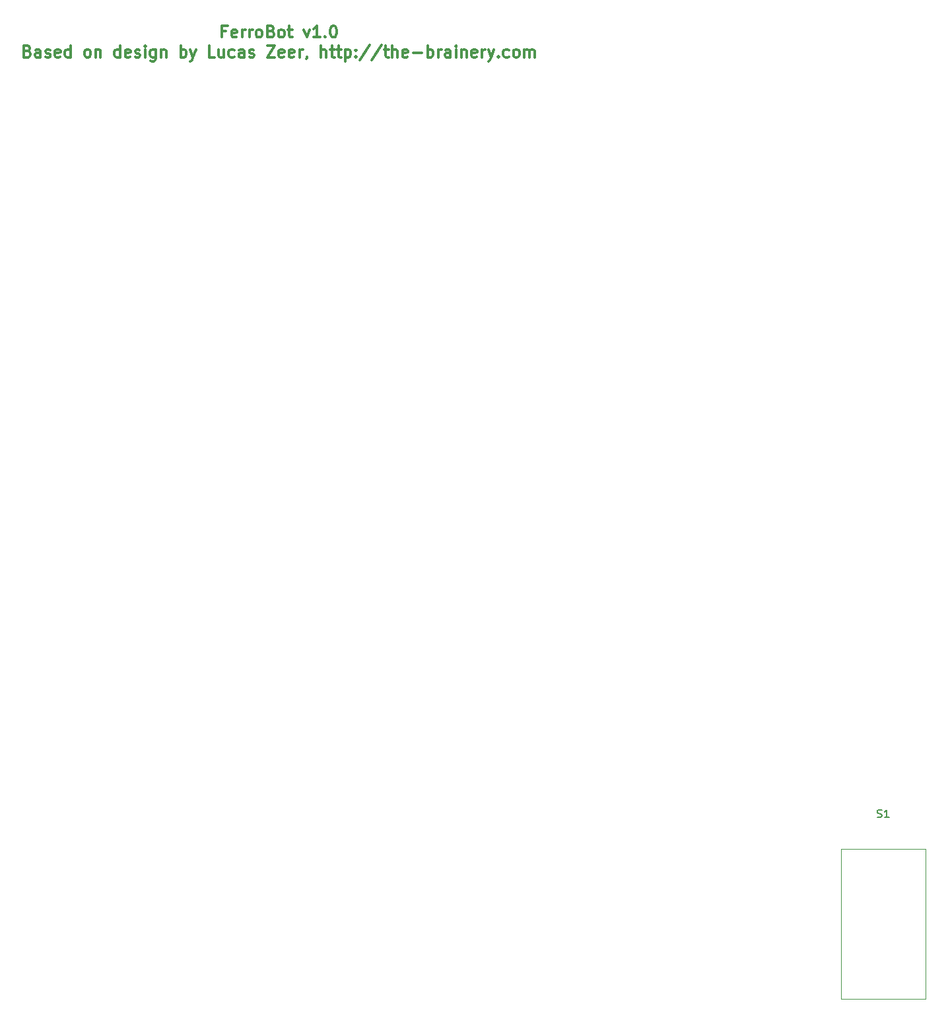
<source format=gbr>
G04 #@! TF.FileFunction,Legend,Top*
%FSLAX46Y46*%
G04 Gerber Fmt 4.6, Leading zero omitted, Abs format (unit mm)*
G04 Created by KiCad (PCBNEW 4.0.6) date 04/26/18 13:40:25*
%MOMM*%
%LPD*%
G01*
G04 APERTURE LIST*
%ADD10C,0.100000*%
%ADD11C,0.300000*%
%ADD12C,0.150000*%
G04 APERTURE END LIST*
D10*
D11*
X60488573Y-17667857D02*
X59988573Y-17667857D01*
X59988573Y-18453571D02*
X59988573Y-16953571D01*
X60702859Y-16953571D01*
X61845715Y-18382143D02*
X61702858Y-18453571D01*
X61417144Y-18453571D01*
X61274287Y-18382143D01*
X61202858Y-18239286D01*
X61202858Y-17667857D01*
X61274287Y-17525000D01*
X61417144Y-17453571D01*
X61702858Y-17453571D01*
X61845715Y-17525000D01*
X61917144Y-17667857D01*
X61917144Y-17810714D01*
X61202858Y-17953571D01*
X62560001Y-18453571D02*
X62560001Y-17453571D01*
X62560001Y-17739286D02*
X62631429Y-17596429D01*
X62702858Y-17525000D01*
X62845715Y-17453571D01*
X62988572Y-17453571D01*
X63488572Y-18453571D02*
X63488572Y-17453571D01*
X63488572Y-17739286D02*
X63560000Y-17596429D01*
X63631429Y-17525000D01*
X63774286Y-17453571D01*
X63917143Y-17453571D01*
X64631429Y-18453571D02*
X64488571Y-18382143D01*
X64417143Y-18310714D01*
X64345714Y-18167857D01*
X64345714Y-17739286D01*
X64417143Y-17596429D01*
X64488571Y-17525000D01*
X64631429Y-17453571D01*
X64845714Y-17453571D01*
X64988571Y-17525000D01*
X65060000Y-17596429D01*
X65131429Y-17739286D01*
X65131429Y-18167857D01*
X65060000Y-18310714D01*
X64988571Y-18382143D01*
X64845714Y-18453571D01*
X64631429Y-18453571D01*
X66274286Y-17667857D02*
X66488572Y-17739286D01*
X66560000Y-17810714D01*
X66631429Y-17953571D01*
X66631429Y-18167857D01*
X66560000Y-18310714D01*
X66488572Y-18382143D01*
X66345714Y-18453571D01*
X65774286Y-18453571D01*
X65774286Y-16953571D01*
X66274286Y-16953571D01*
X66417143Y-17025000D01*
X66488572Y-17096429D01*
X66560000Y-17239286D01*
X66560000Y-17382143D01*
X66488572Y-17525000D01*
X66417143Y-17596429D01*
X66274286Y-17667857D01*
X65774286Y-17667857D01*
X67488572Y-18453571D02*
X67345714Y-18382143D01*
X67274286Y-18310714D01*
X67202857Y-18167857D01*
X67202857Y-17739286D01*
X67274286Y-17596429D01*
X67345714Y-17525000D01*
X67488572Y-17453571D01*
X67702857Y-17453571D01*
X67845714Y-17525000D01*
X67917143Y-17596429D01*
X67988572Y-17739286D01*
X67988572Y-18167857D01*
X67917143Y-18310714D01*
X67845714Y-18382143D01*
X67702857Y-18453571D01*
X67488572Y-18453571D01*
X68417143Y-17453571D02*
X68988572Y-17453571D01*
X68631429Y-16953571D02*
X68631429Y-18239286D01*
X68702857Y-18382143D01*
X68845715Y-18453571D01*
X68988572Y-18453571D01*
X70488572Y-17453571D02*
X70845715Y-18453571D01*
X71202857Y-17453571D01*
X72560000Y-18453571D02*
X71702857Y-18453571D01*
X72131429Y-18453571D02*
X72131429Y-16953571D01*
X71988572Y-17167857D01*
X71845714Y-17310714D01*
X71702857Y-17382143D01*
X73202857Y-18310714D02*
X73274285Y-18382143D01*
X73202857Y-18453571D01*
X73131428Y-18382143D01*
X73202857Y-18310714D01*
X73202857Y-18453571D01*
X74202857Y-16953571D02*
X74345714Y-16953571D01*
X74488571Y-17025000D01*
X74560000Y-17096429D01*
X74631429Y-17239286D01*
X74702857Y-17525000D01*
X74702857Y-17882143D01*
X74631429Y-18167857D01*
X74560000Y-18310714D01*
X74488571Y-18382143D01*
X74345714Y-18453571D01*
X74202857Y-18453571D01*
X74060000Y-18382143D01*
X73988571Y-18310714D01*
X73917143Y-18167857D01*
X73845714Y-17882143D01*
X73845714Y-17525000D01*
X73917143Y-17239286D01*
X73988571Y-17096429D01*
X74060000Y-17025000D01*
X74202857Y-16953571D01*
X35060000Y-20217857D02*
X35274286Y-20289286D01*
X35345714Y-20360714D01*
X35417143Y-20503571D01*
X35417143Y-20717857D01*
X35345714Y-20860714D01*
X35274286Y-20932143D01*
X35131428Y-21003571D01*
X34560000Y-21003571D01*
X34560000Y-19503571D01*
X35060000Y-19503571D01*
X35202857Y-19575000D01*
X35274286Y-19646429D01*
X35345714Y-19789286D01*
X35345714Y-19932143D01*
X35274286Y-20075000D01*
X35202857Y-20146429D01*
X35060000Y-20217857D01*
X34560000Y-20217857D01*
X36702857Y-21003571D02*
X36702857Y-20217857D01*
X36631428Y-20075000D01*
X36488571Y-20003571D01*
X36202857Y-20003571D01*
X36060000Y-20075000D01*
X36702857Y-20932143D02*
X36560000Y-21003571D01*
X36202857Y-21003571D01*
X36060000Y-20932143D01*
X35988571Y-20789286D01*
X35988571Y-20646429D01*
X36060000Y-20503571D01*
X36202857Y-20432143D01*
X36560000Y-20432143D01*
X36702857Y-20360714D01*
X37345714Y-20932143D02*
X37488571Y-21003571D01*
X37774286Y-21003571D01*
X37917143Y-20932143D01*
X37988571Y-20789286D01*
X37988571Y-20717857D01*
X37917143Y-20575000D01*
X37774286Y-20503571D01*
X37560000Y-20503571D01*
X37417143Y-20432143D01*
X37345714Y-20289286D01*
X37345714Y-20217857D01*
X37417143Y-20075000D01*
X37560000Y-20003571D01*
X37774286Y-20003571D01*
X37917143Y-20075000D01*
X39202857Y-20932143D02*
X39060000Y-21003571D01*
X38774286Y-21003571D01*
X38631429Y-20932143D01*
X38560000Y-20789286D01*
X38560000Y-20217857D01*
X38631429Y-20075000D01*
X38774286Y-20003571D01*
X39060000Y-20003571D01*
X39202857Y-20075000D01*
X39274286Y-20217857D01*
X39274286Y-20360714D01*
X38560000Y-20503571D01*
X40560000Y-21003571D02*
X40560000Y-19503571D01*
X40560000Y-20932143D02*
X40417143Y-21003571D01*
X40131429Y-21003571D01*
X39988571Y-20932143D01*
X39917143Y-20860714D01*
X39845714Y-20717857D01*
X39845714Y-20289286D01*
X39917143Y-20146429D01*
X39988571Y-20075000D01*
X40131429Y-20003571D01*
X40417143Y-20003571D01*
X40560000Y-20075000D01*
X42631429Y-21003571D02*
X42488571Y-20932143D01*
X42417143Y-20860714D01*
X42345714Y-20717857D01*
X42345714Y-20289286D01*
X42417143Y-20146429D01*
X42488571Y-20075000D01*
X42631429Y-20003571D01*
X42845714Y-20003571D01*
X42988571Y-20075000D01*
X43060000Y-20146429D01*
X43131429Y-20289286D01*
X43131429Y-20717857D01*
X43060000Y-20860714D01*
X42988571Y-20932143D01*
X42845714Y-21003571D01*
X42631429Y-21003571D01*
X43774286Y-20003571D02*
X43774286Y-21003571D01*
X43774286Y-20146429D02*
X43845714Y-20075000D01*
X43988572Y-20003571D01*
X44202857Y-20003571D01*
X44345714Y-20075000D01*
X44417143Y-20217857D01*
X44417143Y-21003571D01*
X46917143Y-21003571D02*
X46917143Y-19503571D01*
X46917143Y-20932143D02*
X46774286Y-21003571D01*
X46488572Y-21003571D01*
X46345714Y-20932143D01*
X46274286Y-20860714D01*
X46202857Y-20717857D01*
X46202857Y-20289286D01*
X46274286Y-20146429D01*
X46345714Y-20075000D01*
X46488572Y-20003571D01*
X46774286Y-20003571D01*
X46917143Y-20075000D01*
X48202857Y-20932143D02*
X48060000Y-21003571D01*
X47774286Y-21003571D01*
X47631429Y-20932143D01*
X47560000Y-20789286D01*
X47560000Y-20217857D01*
X47631429Y-20075000D01*
X47774286Y-20003571D01*
X48060000Y-20003571D01*
X48202857Y-20075000D01*
X48274286Y-20217857D01*
X48274286Y-20360714D01*
X47560000Y-20503571D01*
X48845714Y-20932143D02*
X48988571Y-21003571D01*
X49274286Y-21003571D01*
X49417143Y-20932143D01*
X49488571Y-20789286D01*
X49488571Y-20717857D01*
X49417143Y-20575000D01*
X49274286Y-20503571D01*
X49060000Y-20503571D01*
X48917143Y-20432143D01*
X48845714Y-20289286D01*
X48845714Y-20217857D01*
X48917143Y-20075000D01*
X49060000Y-20003571D01*
X49274286Y-20003571D01*
X49417143Y-20075000D01*
X50131429Y-21003571D02*
X50131429Y-20003571D01*
X50131429Y-19503571D02*
X50060000Y-19575000D01*
X50131429Y-19646429D01*
X50202857Y-19575000D01*
X50131429Y-19503571D01*
X50131429Y-19646429D01*
X51488572Y-20003571D02*
X51488572Y-21217857D01*
X51417143Y-21360714D01*
X51345715Y-21432143D01*
X51202858Y-21503571D01*
X50988572Y-21503571D01*
X50845715Y-21432143D01*
X51488572Y-20932143D02*
X51345715Y-21003571D01*
X51060001Y-21003571D01*
X50917143Y-20932143D01*
X50845715Y-20860714D01*
X50774286Y-20717857D01*
X50774286Y-20289286D01*
X50845715Y-20146429D01*
X50917143Y-20075000D01*
X51060001Y-20003571D01*
X51345715Y-20003571D01*
X51488572Y-20075000D01*
X52202858Y-20003571D02*
X52202858Y-21003571D01*
X52202858Y-20146429D02*
X52274286Y-20075000D01*
X52417144Y-20003571D01*
X52631429Y-20003571D01*
X52774286Y-20075000D01*
X52845715Y-20217857D01*
X52845715Y-21003571D01*
X54702858Y-21003571D02*
X54702858Y-19503571D01*
X54702858Y-20075000D02*
X54845715Y-20003571D01*
X55131429Y-20003571D01*
X55274286Y-20075000D01*
X55345715Y-20146429D01*
X55417144Y-20289286D01*
X55417144Y-20717857D01*
X55345715Y-20860714D01*
X55274286Y-20932143D01*
X55131429Y-21003571D01*
X54845715Y-21003571D01*
X54702858Y-20932143D01*
X55917144Y-20003571D02*
X56274287Y-21003571D01*
X56631429Y-20003571D02*
X56274287Y-21003571D01*
X56131429Y-21360714D01*
X56060001Y-21432143D01*
X55917144Y-21503571D01*
X59060001Y-21003571D02*
X58345715Y-21003571D01*
X58345715Y-19503571D01*
X60202858Y-20003571D02*
X60202858Y-21003571D01*
X59560001Y-20003571D02*
X59560001Y-20789286D01*
X59631429Y-20932143D01*
X59774287Y-21003571D01*
X59988572Y-21003571D01*
X60131429Y-20932143D01*
X60202858Y-20860714D01*
X61560001Y-20932143D02*
X61417144Y-21003571D01*
X61131430Y-21003571D01*
X60988572Y-20932143D01*
X60917144Y-20860714D01*
X60845715Y-20717857D01*
X60845715Y-20289286D01*
X60917144Y-20146429D01*
X60988572Y-20075000D01*
X61131430Y-20003571D01*
X61417144Y-20003571D01*
X61560001Y-20075000D01*
X62845715Y-21003571D02*
X62845715Y-20217857D01*
X62774286Y-20075000D01*
X62631429Y-20003571D01*
X62345715Y-20003571D01*
X62202858Y-20075000D01*
X62845715Y-20932143D02*
X62702858Y-21003571D01*
X62345715Y-21003571D01*
X62202858Y-20932143D01*
X62131429Y-20789286D01*
X62131429Y-20646429D01*
X62202858Y-20503571D01*
X62345715Y-20432143D01*
X62702858Y-20432143D01*
X62845715Y-20360714D01*
X63488572Y-20932143D02*
X63631429Y-21003571D01*
X63917144Y-21003571D01*
X64060001Y-20932143D01*
X64131429Y-20789286D01*
X64131429Y-20717857D01*
X64060001Y-20575000D01*
X63917144Y-20503571D01*
X63702858Y-20503571D01*
X63560001Y-20432143D01*
X63488572Y-20289286D01*
X63488572Y-20217857D01*
X63560001Y-20075000D01*
X63702858Y-20003571D01*
X63917144Y-20003571D01*
X64060001Y-20075000D01*
X65774287Y-19503571D02*
X66774287Y-19503571D01*
X65774287Y-21003571D01*
X66774287Y-21003571D01*
X67917143Y-20932143D02*
X67774286Y-21003571D01*
X67488572Y-21003571D01*
X67345715Y-20932143D01*
X67274286Y-20789286D01*
X67274286Y-20217857D01*
X67345715Y-20075000D01*
X67488572Y-20003571D01*
X67774286Y-20003571D01*
X67917143Y-20075000D01*
X67988572Y-20217857D01*
X67988572Y-20360714D01*
X67274286Y-20503571D01*
X69202857Y-20932143D02*
X69060000Y-21003571D01*
X68774286Y-21003571D01*
X68631429Y-20932143D01*
X68560000Y-20789286D01*
X68560000Y-20217857D01*
X68631429Y-20075000D01*
X68774286Y-20003571D01*
X69060000Y-20003571D01*
X69202857Y-20075000D01*
X69274286Y-20217857D01*
X69274286Y-20360714D01*
X68560000Y-20503571D01*
X69917143Y-21003571D02*
X69917143Y-20003571D01*
X69917143Y-20289286D02*
X69988571Y-20146429D01*
X70060000Y-20075000D01*
X70202857Y-20003571D01*
X70345714Y-20003571D01*
X70917142Y-20932143D02*
X70917142Y-21003571D01*
X70845714Y-21146429D01*
X70774285Y-21217857D01*
X72702857Y-21003571D02*
X72702857Y-19503571D01*
X73345714Y-21003571D02*
X73345714Y-20217857D01*
X73274285Y-20075000D01*
X73131428Y-20003571D01*
X72917143Y-20003571D01*
X72774285Y-20075000D01*
X72702857Y-20146429D01*
X73845714Y-20003571D02*
X74417143Y-20003571D01*
X74060000Y-19503571D02*
X74060000Y-20789286D01*
X74131428Y-20932143D01*
X74274286Y-21003571D01*
X74417143Y-21003571D01*
X74702857Y-20003571D02*
X75274286Y-20003571D01*
X74917143Y-19503571D02*
X74917143Y-20789286D01*
X74988571Y-20932143D01*
X75131429Y-21003571D01*
X75274286Y-21003571D01*
X75774286Y-20003571D02*
X75774286Y-21503571D01*
X75774286Y-20075000D02*
X75917143Y-20003571D01*
X76202857Y-20003571D01*
X76345714Y-20075000D01*
X76417143Y-20146429D01*
X76488572Y-20289286D01*
X76488572Y-20717857D01*
X76417143Y-20860714D01*
X76345714Y-20932143D01*
X76202857Y-21003571D01*
X75917143Y-21003571D01*
X75774286Y-20932143D01*
X77131429Y-20860714D02*
X77202857Y-20932143D01*
X77131429Y-21003571D01*
X77060000Y-20932143D01*
X77131429Y-20860714D01*
X77131429Y-21003571D01*
X77131429Y-20075000D02*
X77202857Y-20146429D01*
X77131429Y-20217857D01*
X77060000Y-20146429D01*
X77131429Y-20075000D01*
X77131429Y-20217857D01*
X78917143Y-19432143D02*
X77631429Y-21360714D01*
X80488572Y-19432143D02*
X79202858Y-21360714D01*
X80774287Y-20003571D02*
X81345716Y-20003571D01*
X80988573Y-19503571D02*
X80988573Y-20789286D01*
X81060001Y-20932143D01*
X81202859Y-21003571D01*
X81345716Y-21003571D01*
X81845716Y-21003571D02*
X81845716Y-19503571D01*
X82488573Y-21003571D02*
X82488573Y-20217857D01*
X82417144Y-20075000D01*
X82274287Y-20003571D01*
X82060002Y-20003571D01*
X81917144Y-20075000D01*
X81845716Y-20146429D01*
X83774287Y-20932143D02*
X83631430Y-21003571D01*
X83345716Y-21003571D01*
X83202859Y-20932143D01*
X83131430Y-20789286D01*
X83131430Y-20217857D01*
X83202859Y-20075000D01*
X83345716Y-20003571D01*
X83631430Y-20003571D01*
X83774287Y-20075000D01*
X83845716Y-20217857D01*
X83845716Y-20360714D01*
X83131430Y-20503571D01*
X84488573Y-20432143D02*
X85631430Y-20432143D01*
X86345716Y-21003571D02*
X86345716Y-19503571D01*
X86345716Y-20075000D02*
X86488573Y-20003571D01*
X86774287Y-20003571D01*
X86917144Y-20075000D01*
X86988573Y-20146429D01*
X87060002Y-20289286D01*
X87060002Y-20717857D01*
X86988573Y-20860714D01*
X86917144Y-20932143D01*
X86774287Y-21003571D01*
X86488573Y-21003571D01*
X86345716Y-20932143D01*
X87702859Y-21003571D02*
X87702859Y-20003571D01*
X87702859Y-20289286D02*
X87774287Y-20146429D01*
X87845716Y-20075000D01*
X87988573Y-20003571D01*
X88131430Y-20003571D01*
X89274287Y-21003571D02*
X89274287Y-20217857D01*
X89202858Y-20075000D01*
X89060001Y-20003571D01*
X88774287Y-20003571D01*
X88631430Y-20075000D01*
X89274287Y-20932143D02*
X89131430Y-21003571D01*
X88774287Y-21003571D01*
X88631430Y-20932143D01*
X88560001Y-20789286D01*
X88560001Y-20646429D01*
X88631430Y-20503571D01*
X88774287Y-20432143D01*
X89131430Y-20432143D01*
X89274287Y-20360714D01*
X89988573Y-21003571D02*
X89988573Y-20003571D01*
X89988573Y-19503571D02*
X89917144Y-19575000D01*
X89988573Y-19646429D01*
X90060001Y-19575000D01*
X89988573Y-19503571D01*
X89988573Y-19646429D01*
X90702859Y-20003571D02*
X90702859Y-21003571D01*
X90702859Y-20146429D02*
X90774287Y-20075000D01*
X90917145Y-20003571D01*
X91131430Y-20003571D01*
X91274287Y-20075000D01*
X91345716Y-20217857D01*
X91345716Y-21003571D01*
X92631430Y-20932143D02*
X92488573Y-21003571D01*
X92202859Y-21003571D01*
X92060002Y-20932143D01*
X91988573Y-20789286D01*
X91988573Y-20217857D01*
X92060002Y-20075000D01*
X92202859Y-20003571D01*
X92488573Y-20003571D01*
X92631430Y-20075000D01*
X92702859Y-20217857D01*
X92702859Y-20360714D01*
X91988573Y-20503571D01*
X93345716Y-21003571D02*
X93345716Y-20003571D01*
X93345716Y-20289286D02*
X93417144Y-20146429D01*
X93488573Y-20075000D01*
X93631430Y-20003571D01*
X93774287Y-20003571D01*
X94131430Y-20003571D02*
X94488573Y-21003571D01*
X94845715Y-20003571D02*
X94488573Y-21003571D01*
X94345715Y-21360714D01*
X94274287Y-21432143D01*
X94131430Y-21503571D01*
X95417144Y-20860714D02*
X95488572Y-20932143D01*
X95417144Y-21003571D01*
X95345715Y-20932143D01*
X95417144Y-20860714D01*
X95417144Y-21003571D01*
X96774287Y-20932143D02*
X96631430Y-21003571D01*
X96345716Y-21003571D01*
X96202858Y-20932143D01*
X96131430Y-20860714D01*
X96060001Y-20717857D01*
X96060001Y-20289286D01*
X96131430Y-20146429D01*
X96202858Y-20075000D01*
X96345716Y-20003571D01*
X96631430Y-20003571D01*
X96774287Y-20075000D01*
X97631430Y-21003571D02*
X97488572Y-20932143D01*
X97417144Y-20860714D01*
X97345715Y-20717857D01*
X97345715Y-20289286D01*
X97417144Y-20146429D01*
X97488572Y-20075000D01*
X97631430Y-20003571D01*
X97845715Y-20003571D01*
X97988572Y-20075000D01*
X98060001Y-20146429D01*
X98131430Y-20289286D01*
X98131430Y-20717857D01*
X98060001Y-20860714D01*
X97988572Y-20932143D01*
X97845715Y-21003571D01*
X97631430Y-21003571D01*
X98774287Y-21003571D02*
X98774287Y-20003571D01*
X98774287Y-20146429D02*
X98845715Y-20075000D01*
X98988573Y-20003571D01*
X99202858Y-20003571D01*
X99345715Y-20075000D01*
X99417144Y-20217857D01*
X99417144Y-21003571D01*
X99417144Y-20217857D02*
X99488573Y-20075000D01*
X99631430Y-20003571D01*
X99845715Y-20003571D01*
X99988573Y-20075000D01*
X100060001Y-20217857D01*
X100060001Y-21003571D01*
D10*
X139380000Y-141730000D02*
X150180000Y-141730000D01*
X139380000Y-122430000D02*
X139380000Y-141730000D01*
X150180000Y-122430000D02*
X139380000Y-122430000D01*
X150180000Y-141730000D02*
X150180000Y-122430000D01*
D12*
X144018095Y-118389762D02*
X144160952Y-118437381D01*
X144399048Y-118437381D01*
X144494286Y-118389762D01*
X144541905Y-118342143D01*
X144589524Y-118246905D01*
X144589524Y-118151667D01*
X144541905Y-118056429D01*
X144494286Y-118008810D01*
X144399048Y-117961190D01*
X144208571Y-117913571D01*
X144113333Y-117865952D01*
X144065714Y-117818333D01*
X144018095Y-117723095D01*
X144018095Y-117627857D01*
X144065714Y-117532619D01*
X144113333Y-117485000D01*
X144208571Y-117437381D01*
X144446667Y-117437381D01*
X144589524Y-117485000D01*
X145541905Y-118437381D02*
X144970476Y-118437381D01*
X145256190Y-118437381D02*
X145256190Y-117437381D01*
X145160952Y-117580238D01*
X145065714Y-117675476D01*
X144970476Y-117723095D01*
M02*

</source>
